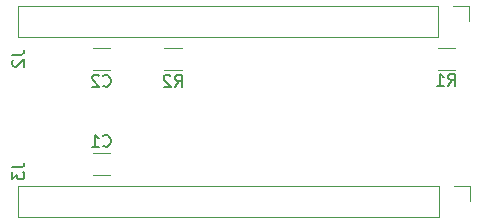
<source format=gbr>
%TF.GenerationSoftware,KiCad,Pcbnew,7.0.8*%
%TF.CreationDate,2023-10-11T21:33:04+02:00*%
%TF.ProjectId,LvL_shifter_shield,4c764c5f-7368-4696-9674-65725f736869,rev?*%
%TF.SameCoordinates,Original*%
%TF.FileFunction,Legend,Bot*%
%TF.FilePolarity,Positive*%
%FSLAX46Y46*%
G04 Gerber Fmt 4.6, Leading zero omitted, Abs format (unit mm)*
G04 Created by KiCad (PCBNEW 7.0.8) date 2023-10-11 21:33:04*
%MOMM*%
%LPD*%
G01*
G04 APERTURE LIST*
%ADD10C,0.150000*%
%ADD11C,0.120000*%
G04 APERTURE END LIST*
D10*
X117996666Y-83639819D02*
X118329999Y-83163628D01*
X118568094Y-83639819D02*
X118568094Y-82639819D01*
X118568094Y-82639819D02*
X118187142Y-82639819D01*
X118187142Y-82639819D02*
X118091904Y-82687438D01*
X118091904Y-82687438D02*
X118044285Y-82735057D01*
X118044285Y-82735057D02*
X117996666Y-82830295D01*
X117996666Y-82830295D02*
X117996666Y-82973152D01*
X117996666Y-82973152D02*
X118044285Y-83068390D01*
X118044285Y-83068390D02*
X118091904Y-83116009D01*
X118091904Y-83116009D02*
X118187142Y-83163628D01*
X118187142Y-83163628D02*
X118568094Y-83163628D01*
X117615713Y-82735057D02*
X117568094Y-82687438D01*
X117568094Y-82687438D02*
X117472856Y-82639819D01*
X117472856Y-82639819D02*
X117234761Y-82639819D01*
X117234761Y-82639819D02*
X117139523Y-82687438D01*
X117139523Y-82687438D02*
X117091904Y-82735057D01*
X117091904Y-82735057D02*
X117044285Y-82830295D01*
X117044285Y-82830295D02*
X117044285Y-82925533D01*
X117044285Y-82925533D02*
X117091904Y-83068390D01*
X117091904Y-83068390D02*
X117663332Y-83639819D01*
X117663332Y-83639819D02*
X117044285Y-83639819D01*
X104229819Y-90471666D02*
X104944104Y-90471666D01*
X104944104Y-90471666D02*
X105086961Y-90424047D01*
X105086961Y-90424047D02*
X105182200Y-90328809D01*
X105182200Y-90328809D02*
X105229819Y-90185952D01*
X105229819Y-90185952D02*
X105229819Y-90090714D01*
X104229819Y-90852619D02*
X104229819Y-91471666D01*
X104229819Y-91471666D02*
X104610771Y-91138333D01*
X104610771Y-91138333D02*
X104610771Y-91281190D01*
X104610771Y-91281190D02*
X104658390Y-91376428D01*
X104658390Y-91376428D02*
X104706009Y-91424047D01*
X104706009Y-91424047D02*
X104801247Y-91471666D01*
X104801247Y-91471666D02*
X105039342Y-91471666D01*
X105039342Y-91471666D02*
X105134580Y-91424047D01*
X105134580Y-91424047D02*
X105182200Y-91376428D01*
X105182200Y-91376428D02*
X105229819Y-91281190D01*
X105229819Y-91281190D02*
X105229819Y-90995476D01*
X105229819Y-90995476D02*
X105182200Y-90900238D01*
X105182200Y-90900238D02*
X105134580Y-90852619D01*
X141136666Y-83554819D02*
X141469999Y-83078628D01*
X141708094Y-83554819D02*
X141708094Y-82554819D01*
X141708094Y-82554819D02*
X141327142Y-82554819D01*
X141327142Y-82554819D02*
X141231904Y-82602438D01*
X141231904Y-82602438D02*
X141184285Y-82650057D01*
X141184285Y-82650057D02*
X141136666Y-82745295D01*
X141136666Y-82745295D02*
X141136666Y-82888152D01*
X141136666Y-82888152D02*
X141184285Y-82983390D01*
X141184285Y-82983390D02*
X141231904Y-83031009D01*
X141231904Y-83031009D02*
X141327142Y-83078628D01*
X141327142Y-83078628D02*
X141708094Y-83078628D01*
X140184285Y-83554819D02*
X140755713Y-83554819D01*
X140469999Y-83554819D02*
X140469999Y-82554819D01*
X140469999Y-82554819D02*
X140565237Y-82697676D01*
X140565237Y-82697676D02*
X140660475Y-82792914D01*
X140660475Y-82792914D02*
X140755713Y-82840533D01*
X111926666Y-88624580D02*
X111974285Y-88672200D01*
X111974285Y-88672200D02*
X112117142Y-88719819D01*
X112117142Y-88719819D02*
X112212380Y-88719819D01*
X112212380Y-88719819D02*
X112355237Y-88672200D01*
X112355237Y-88672200D02*
X112450475Y-88576961D01*
X112450475Y-88576961D02*
X112498094Y-88481723D01*
X112498094Y-88481723D02*
X112545713Y-88291247D01*
X112545713Y-88291247D02*
X112545713Y-88148390D01*
X112545713Y-88148390D02*
X112498094Y-87957914D01*
X112498094Y-87957914D02*
X112450475Y-87862676D01*
X112450475Y-87862676D02*
X112355237Y-87767438D01*
X112355237Y-87767438D02*
X112212380Y-87719819D01*
X112212380Y-87719819D02*
X112117142Y-87719819D01*
X112117142Y-87719819D02*
X111974285Y-87767438D01*
X111974285Y-87767438D02*
X111926666Y-87815057D01*
X110974285Y-88719819D02*
X111545713Y-88719819D01*
X111259999Y-88719819D02*
X111259999Y-87719819D01*
X111259999Y-87719819D02*
X111355237Y-87862676D01*
X111355237Y-87862676D02*
X111450475Y-87957914D01*
X111450475Y-87957914D02*
X111545713Y-88005533D01*
X111926666Y-83544580D02*
X111974285Y-83592200D01*
X111974285Y-83592200D02*
X112117142Y-83639819D01*
X112117142Y-83639819D02*
X112212380Y-83639819D01*
X112212380Y-83639819D02*
X112355237Y-83592200D01*
X112355237Y-83592200D02*
X112450475Y-83496961D01*
X112450475Y-83496961D02*
X112498094Y-83401723D01*
X112498094Y-83401723D02*
X112545713Y-83211247D01*
X112545713Y-83211247D02*
X112545713Y-83068390D01*
X112545713Y-83068390D02*
X112498094Y-82877914D01*
X112498094Y-82877914D02*
X112450475Y-82782676D01*
X112450475Y-82782676D02*
X112355237Y-82687438D01*
X112355237Y-82687438D02*
X112212380Y-82639819D01*
X112212380Y-82639819D02*
X112117142Y-82639819D01*
X112117142Y-82639819D02*
X111974285Y-82687438D01*
X111974285Y-82687438D02*
X111926666Y-82735057D01*
X111545713Y-82735057D02*
X111498094Y-82687438D01*
X111498094Y-82687438D02*
X111402856Y-82639819D01*
X111402856Y-82639819D02*
X111164761Y-82639819D01*
X111164761Y-82639819D02*
X111069523Y-82687438D01*
X111069523Y-82687438D02*
X111021904Y-82735057D01*
X111021904Y-82735057D02*
X110974285Y-82830295D01*
X110974285Y-82830295D02*
X110974285Y-82925533D01*
X110974285Y-82925533D02*
X111021904Y-83068390D01*
X111021904Y-83068390D02*
X111593332Y-83639819D01*
X111593332Y-83639819D02*
X110974285Y-83639819D01*
X104229819Y-80946666D02*
X104944104Y-80946666D01*
X104944104Y-80946666D02*
X105086961Y-80899047D01*
X105086961Y-80899047D02*
X105182200Y-80803809D01*
X105182200Y-80803809D02*
X105229819Y-80660952D01*
X105229819Y-80660952D02*
X105229819Y-80565714D01*
X104325057Y-81375238D02*
X104277438Y-81422857D01*
X104277438Y-81422857D02*
X104229819Y-81518095D01*
X104229819Y-81518095D02*
X104229819Y-81756190D01*
X104229819Y-81756190D02*
X104277438Y-81851428D01*
X104277438Y-81851428D02*
X104325057Y-81899047D01*
X104325057Y-81899047D02*
X104420295Y-81946666D01*
X104420295Y-81946666D02*
X104515533Y-81946666D01*
X104515533Y-81946666D02*
X104658390Y-81899047D01*
X104658390Y-81899047D02*
X105229819Y-81327619D01*
X105229819Y-81327619D02*
X105229819Y-81946666D01*
D11*
%TO.C,R2*%
X118557064Y-82190000D02*
X117102936Y-82190000D01*
X118557064Y-80370000D02*
X117102936Y-80370000D01*
%TO.C,J3*%
X104715000Y-94675000D02*
X104715000Y-92015000D01*
X140335000Y-94675000D02*
X104715000Y-94675000D01*
X140335000Y-94675000D02*
X140335000Y-92015000D01*
X142935000Y-93345000D02*
X142935000Y-92015000D01*
X140335000Y-92015000D02*
X104715000Y-92015000D01*
X142935000Y-92015000D02*
X141605000Y-92015000D01*
%TO.C,R1*%
X140242936Y-80370000D02*
X141697064Y-80370000D01*
X140242936Y-82190000D02*
X141697064Y-82190000D01*
%TO.C,C1*%
X111048748Y-89260000D02*
X112471252Y-89260000D01*
X111048748Y-91080000D02*
X112471252Y-91080000D01*
%TO.C,C2*%
X111048748Y-80370000D02*
X112471252Y-80370000D01*
X111048748Y-82190000D02*
X112471252Y-82190000D01*
%TO.C,J2*%
X104685000Y-79435000D02*
X104685000Y-76775000D01*
X140305000Y-79435000D02*
X104685000Y-79435000D01*
X140305000Y-79435000D02*
X140305000Y-76775000D01*
X142905000Y-78105000D02*
X142905000Y-76775000D01*
X140305000Y-76775000D02*
X104685000Y-76775000D01*
X142905000Y-76775000D02*
X141575000Y-76775000D01*
%TD*%
M02*

</source>
